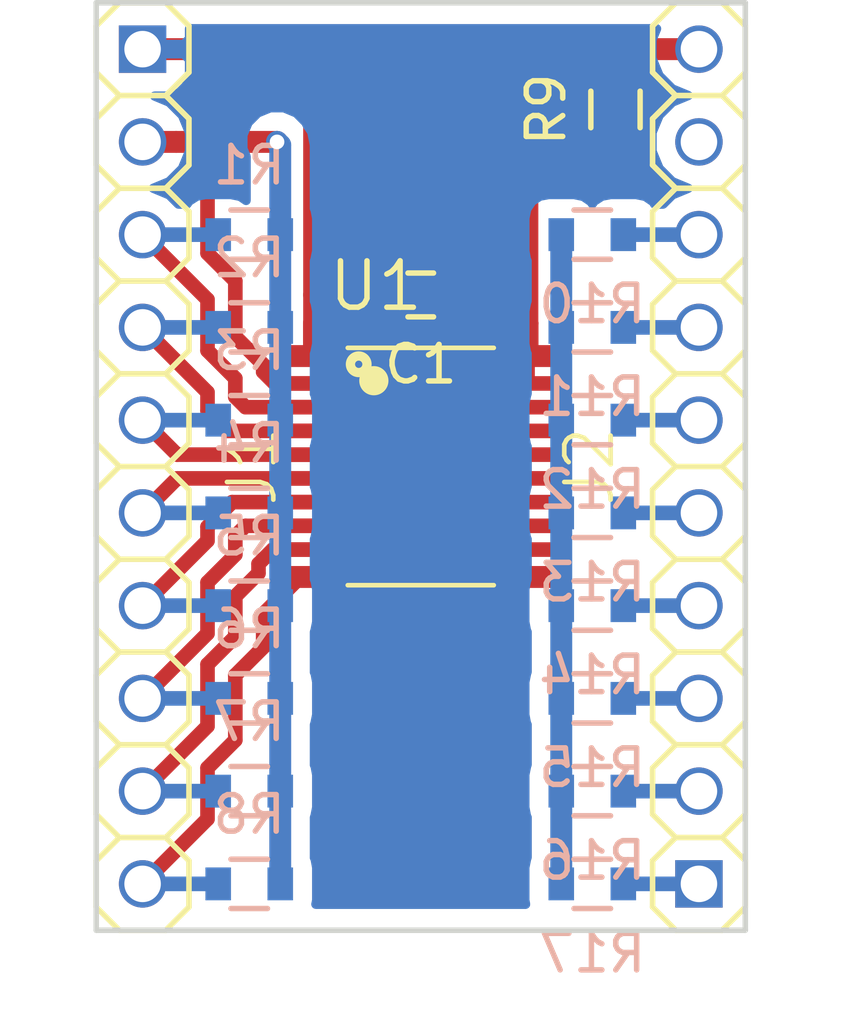
<source format=kicad_pcb>
(kicad_pcb (version 4) (host pcbnew 4.0.4+e1-6308~48~ubuntu16.04.1-stable)

  (general
    (links 56)
    (no_connects 10)
    (area 149.606 88.623799 173.101 116.005)
    (thickness 1.6)
    (drawings 4)
    (tracks 105)
    (zones 0)
    (modules 21)
    (nets 21)
  )

  (page A4)
  (layers
    (0 F.Cu signal)
    (31 B.Cu signal)
    (32 B.Adhes user)
    (33 F.Adhes user)
    (34 B.Paste user)
    (35 F.Paste user)
    (36 B.SilkS user)
    (37 F.SilkS user)
    (38 B.Mask user)
    (39 F.Mask user)
    (40 Dwgs.User user)
    (41 Cmts.User user)
    (42 Eco1.User user)
    (43 Eco2.User user)
    (44 Edge.Cuts user)
    (45 Margin user)
    (46 B.CrtYd user)
    (47 F.CrtYd user)
    (48 B.Fab user)
    (49 F.Fab user)
  )

  (setup
    (last_trace_width 0.6)
    (user_trace_width 0.3)
    (user_trace_width 0.4)
    (user_trace_width 0.6)
    (user_trace_width 0.8)
    (user_trace_width 1)
    (user_trace_width 1.5)
    (user_trace_width 2)
    (trace_clearance 0.2)
    (zone_clearance 0.508)
    (zone_45_only no)
    (trace_min 0.1524)
    (segment_width 0.2)
    (edge_width 0.15)
    (via_size 0.6)
    (via_drill 0.4)
    (via_min_size 0.508)
    (via_min_drill 0.3302)
    (user_via 0.55 0.35)
    (user_via 0.6 0.4)
    (user_via 0.8 0.6)
    (user_via 1 0.8)
    (user_via 1.2 1)
    (user_via 1.7 1.5)
    (user_via 2 1.8)
    (uvia_size 0.3)
    (uvia_drill 0.1)
    (uvias_allowed no)
    (uvia_min_size 0.2)
    (uvia_min_drill 0.1)
    (pcb_text_width 0.3)
    (pcb_text_size 1.5 1.5)
    (mod_edge_width 0.15)
    (mod_text_size 1 1)
    (mod_text_width 0.15)
    (pad_size 1.524 1.524)
    (pad_drill 0.762)
    (pad_to_mask_clearance 0.1)
    (aux_axis_origin 0 0)
    (visible_elements FFFFFF7F)
    (pcbplotparams
      (layerselection 0x00030_80000001)
      (usegerberextensions false)
      (excludeedgelayer true)
      (linewidth 0.100000)
      (plotframeref false)
      (viasonmask false)
      (mode 1)
      (useauxorigin false)
      (hpglpennumber 1)
      (hpglpenspeed 20)
      (hpglpendiameter 15)
      (hpglpenoverlay 2)
      (psnegative false)
      (psa4output false)
      (plotreference true)
      (plotvalue true)
      (plotinvisibletext false)
      (padsonsilk false)
      (subtractmaskfromsilk false)
      (outputformat 1)
      (mirror false)
      (drillshape 1)
      (scaleselection 1)
      (outputdirectory ""))
  )

  (net 0 "")
  (net 1 /GREF)
  (net 2 /GND)
  (net 3 /SREF)
  (net 4 /S1)
  (net 5 /S2)
  (net 6 /S3)
  (net 7 /S4)
  (net 8 /S5)
  (net 9 /S6)
  (net 10 /S7)
  (net 11 /S8)
  (net 12 /D8)
  (net 13 /D7)
  (net 14 /D6)
  (net 15 /D5)
  (net 16 /D4)
  (net 17 /D3)
  (net 18 /D2)
  (net 19 /D1)
  (net 20 /DREF)

  (net_class Default "This is the default net class."
    (clearance 0.2)
    (trace_width 0.25)
    (via_dia 0.6)
    (via_drill 0.4)
    (uvia_dia 0.3)
    (uvia_drill 0.1)
    (add_net /D1)
    (add_net /D2)
    (add_net /D3)
    (add_net /D4)
    (add_net /D5)
    (add_net /D6)
    (add_net /D7)
    (add_net /D8)
    (add_net /DREF)
    (add_net /GND)
    (add_net /GREF)
    (add_net /S1)
    (add_net /S2)
    (add_net /S3)
    (add_net /S4)
    (add_net /S5)
    (add_net /S6)
    (add_net /S7)
    (add_net /S8)
    (add_net /SREF)
  )

  (module Capacitors_SMD:C_0603 (layer F.Cu) (tedit 5415D631) (tstamp 58756885)
    (at 161.29 96.901 180)
    (descr "Capacitor SMD 0603, reflow soldering, AVX (see smccp.pdf)")
    (tags "capacitor 0603")
    (path /58755847)
    (attr smd)
    (fp_text reference C1 (at 0 -1.9 180) (layer F.SilkS)
      (effects (font (size 1 1) (thickness 0.15)))
    )
    (fp_text value 100n (at 0 1.9 180) (layer F.Fab)
      (effects (font (size 1 1) (thickness 0.15)))
    )
    (fp_line (start -0.8 0.4) (end -0.8 -0.4) (layer F.Fab) (width 0.15))
    (fp_line (start 0.8 0.4) (end -0.8 0.4) (layer F.Fab) (width 0.15))
    (fp_line (start 0.8 -0.4) (end 0.8 0.4) (layer F.Fab) (width 0.15))
    (fp_line (start -0.8 -0.4) (end 0.8 -0.4) (layer F.Fab) (width 0.15))
    (fp_line (start -1.45 -0.75) (end 1.45 -0.75) (layer F.CrtYd) (width 0.05))
    (fp_line (start -1.45 0.75) (end 1.45 0.75) (layer F.CrtYd) (width 0.05))
    (fp_line (start -1.45 -0.75) (end -1.45 0.75) (layer F.CrtYd) (width 0.05))
    (fp_line (start 1.45 -0.75) (end 1.45 0.75) (layer F.CrtYd) (width 0.05))
    (fp_line (start -0.35 -0.6) (end 0.35 -0.6) (layer F.SilkS) (width 0.15))
    (fp_line (start 0.35 0.6) (end -0.35 0.6) (layer F.SilkS) (width 0.15))
    (pad 1 smd rect (at -0.75 0 180) (size 0.8 0.75) (layers F.Cu F.Paste F.Mask)
      (net 1 /GREF))
    (pad 2 smd rect (at 0.75 0 180) (size 0.8 0.75) (layers F.Cu F.Paste F.Mask)
      (net 2 /GND))
    (model Capacitors_SMD.3dshapes/C_0603.wrl
      (at (xyz 0 0 0))
      (scale (xyz 1 1 1))
      (rotate (xyz 0 0 0))
    )
  )

  (module SquantorIC:SOT360 (layer F.Cu) (tedit 587401B3) (tstamp 587569E5)
    (at 161.29 101.6 270)
    (descr "<li><b>SOT360</b><hr>\n<ul><li>TSSOP20: plastic thin shrink small outline package; 20 leads; body width 4.4 mm\n<li><u>JEDEC</u>: MO-153\n<li><u>IEC</u>: </ul>")
    (path /587548A5)
    (fp_text reference U1 (at -4.2 2.6 360) (layer F.SilkS)
      (effects (font (size 1.27 1.27) (thickness 0.15)) (justify left bottom))
    )
    (fp_text value GTL2003 (at 14.986 3.302 360) (layer F.Fab)
      (effects (font (size 1.27 1.27) (thickness 0.15)) (justify left bottom))
    )
    (fp_circle (center -2.8 1.7) (end -2.9 1.7) (layer F.SilkS) (width 0.254))
    (fp_line (start -3.25 -2.2) (end 3.25 -2.2) (layer Dwgs.User) (width 0.127))
    (fp_line (start 3.25 -2.2) (end 3.25 2.2) (layer Dwgs.User) (width 0.127))
    (fp_line (start 3.25 2.2) (end -3.25 2.2) (layer Dwgs.User) (width 0.127))
    (fp_line (start -3.25 2.2) (end -3.25 -2.2) (layer Dwgs.User) (width 0.127))
    (fp_line (start -3.25 -2) (end -3.25 2) (layer F.SilkS) (width 0.127))
    (fp_line (start 3.25 -2) (end 3.25 2) (layer F.SilkS) (width 0.127))
    (fp_circle (center -2.35 1.285) (end -1.95 1.285) (layer F.SilkS) (width 0))
    (fp_poly (pts (xy 0.2 -2.2) (xy 0.45 -2.2) (xy 0.45 -3.2) (xy 0.2 -3.2)) (layer Dwgs.User) (width 0))
    (fp_poly (pts (xy -0.45 -2.2) (xy -0.2 -2.2) (xy -0.2 -3.2) (xy -0.45 -3.2)) (layer Dwgs.User) (width 0))
    (fp_poly (pts (xy -1.1 -2.2) (xy -0.85 -2.2) (xy -0.85 -3.2) (xy -1.1 -3.2)) (layer Dwgs.User) (width 0))
    (fp_poly (pts (xy -1.75 -2.2) (xy -1.5 -2.2) (xy -1.5 -3.2) (xy -1.75 -3.2)) (layer Dwgs.User) (width 0))
    (fp_poly (pts (xy -2.4 -2.2) (xy -2.15 -2.2) (xy -2.15 -3.2) (xy -2.4 -3.2)) (layer Dwgs.User) (width 0))
    (fp_poly (pts (xy -3.05 -2.2) (xy -2.8 -2.2) (xy -2.8 -3.2) (xy -3.05 -3.2)) (layer Dwgs.User) (width 0))
    (fp_poly (pts (xy 0.85 -2.2) (xy 1.1 -2.2) (xy 1.1 -3.2) (xy 0.85 -3.2)) (layer Dwgs.User) (width 0))
    (fp_poly (pts (xy 1.5 -2.2) (xy 1.75 -2.2) (xy 1.75 -3.2) (xy 1.5 -3.2)) (layer Dwgs.User) (width 0))
    (fp_poly (pts (xy 2.15 -2.2) (xy 2.4 -2.2) (xy 2.4 -3.2) (xy 2.15 -3.2)) (layer Dwgs.User) (width 0))
    (fp_poly (pts (xy 2.8 -2.2) (xy 3.05 -2.2) (xy 3.05 -3.2) (xy 2.8 -3.2)) (layer Dwgs.User) (width 0))
    (fp_poly (pts (xy -3.05 3.2) (xy -2.8 3.2) (xy -2.8 2.2) (xy -3.05 2.2)) (layer Dwgs.User) (width 0))
    (fp_poly (pts (xy -2.4 3.2) (xy -2.15 3.2) (xy -2.15 2.2) (xy -2.4 2.2)) (layer Dwgs.User) (width 0))
    (fp_poly (pts (xy -1.75 3.2) (xy -1.5 3.2) (xy -1.5 2.2) (xy -1.75 2.2)) (layer Dwgs.User) (width 0))
    (fp_poly (pts (xy -1.1 3.2) (xy -0.85 3.2) (xy -0.85 2.2) (xy -1.1 2.2)) (layer Dwgs.User) (width 0))
    (fp_poly (pts (xy -0.45 3.2) (xy -0.2 3.2) (xy -0.2 2.2) (xy -0.45 2.2)) (layer Dwgs.User) (width 0))
    (fp_poly (pts (xy 0.2 3.2) (xy 0.45 3.2) (xy 0.45 2.2) (xy 0.2 2.2)) (layer Dwgs.User) (width 0))
    (fp_poly (pts (xy 0.85 3.2) (xy 1.1 3.2) (xy 1.1 2.2) (xy 0.85 2.2)) (layer Dwgs.User) (width 0))
    (fp_poly (pts (xy 1.5 3.2) (xy 1.75 3.2) (xy 1.75 2.2) (xy 1.5 2.2)) (layer Dwgs.User) (width 0))
    (fp_poly (pts (xy 2.15 3.2) (xy 2.4 3.2) (xy 2.4 2.2) (xy 2.15 2.2)) (layer Dwgs.User) (width 0))
    (fp_poly (pts (xy 2.8 3.2) (xy 3.05 3.2) (xy 3.05 2.2) (xy 2.8 2.2)) (layer Dwgs.User) (width 0))
    (pad 15 smd rect (at 0.325 -2.925 270) (size 0.4 1.35) (layers F.Cu F.Paste F.Mask)
      (net 16 /D4))
    (pad 16 smd rect (at -0.325 -2.925 270) (size 0.4 1.35) (layers F.Cu F.Paste F.Mask)
      (net 17 /D3))
    (pad 17 smd rect (at -0.975 -2.925 270) (size 0.4 1.35) (layers F.Cu F.Paste F.Mask)
      (net 18 /D2))
    (pad 18 smd rect (at -1.625 -2.925 270) (size 0.4 1.35) (layers F.Cu F.Paste F.Mask)
      (net 19 /D1))
    (pad 19 smd rect (at -2.275 -2.925 270) (size 0.4 1.35) (layers F.Cu F.Paste F.Mask)
      (net 1 /GREF))
    (pad 20 smd rect (at -3.025 -2.925 270) (size 0.6 1.35) (layers F.Cu F.Paste F.Mask)
      (net 1 /GREF))
    (pad 14 smd rect (at 0.975 -2.925 270) (size 0.4 1.35) (layers F.Cu F.Paste F.Mask)
      (net 15 /D5))
    (pad 13 smd rect (at 1.625 -2.925 270) (size 0.4 1.35) (layers F.Cu F.Paste F.Mask)
      (net 14 /D6))
    (pad 12 smd rect (at 2.275 -2.925 270) (size 0.4 1.35) (layers F.Cu F.Paste F.Mask)
      (net 13 /D7))
    (pad 11 smd rect (at 3.025 -2.925 270) (size 0.6 1.35) (layers F.Cu F.Paste F.Mask)
      (net 12 /D8))
    (pad 5 smd rect (at -0.325 2.925 270) (size 0.4 1.35) (layers F.Cu F.Paste F.Mask)
      (net 6 /S3))
    (pad 4 smd rect (at -0.975 2.925 270) (size 0.4 1.35) (layers F.Cu F.Paste F.Mask)
      (net 5 /S2))
    (pad 3 smd rect (at -1.625 2.925 270) (size 0.4 1.35) (layers F.Cu F.Paste F.Mask)
      (net 4 /S1))
    (pad 2 smd rect (at -2.275 2.925 270) (size 0.4 1.35) (layers F.Cu F.Paste F.Mask)
      (net 3 /SREF))
    (pad 1 smd rect (at -3.025 2.925 270) (size 0.6 1.35) (layers F.Cu F.Paste F.Mask)
      (net 2 /GND))
    (pad 6 smd rect (at 0.325 2.925 270) (size 0.4 1.35) (layers F.Cu F.Paste F.Mask)
      (net 7 /S4))
    (pad 7 smd rect (at 0.975 2.925 270) (size 0.4 1.35) (layers F.Cu F.Paste F.Mask)
      (net 8 /S5))
    (pad 8 smd rect (at 1.625 2.925 270) (size 0.4 1.35) (layers F.Cu F.Paste F.Mask)
      (net 9 /S6))
    (pad 9 smd rect (at 2.275 2.925 270) (size 0.4 1.35) (layers F.Cu F.Paste F.Mask)
      (net 10 /S7))
    (pad 10 smd rect (at 3.025 2.925 270) (size 0.6 1.35) (layers F.Cu F.Paste F.Mask)
      (net 11 /S8))
  )

  (module SquantorConnectors:Header-0254-1X10-H010 locked (layer F.Cu) (tedit 58754C2D) (tstamp 58756893)
    (at 153.67 101.6 270)
    (descr "PIN HEADER")
    (tags "PIN HEADER")
    (path /58754021)
    (attr virtual)
    (fp_text reference J1 (at 0 -3 270) (layer F.SilkS)
      (effects (font (size 1.27 1.27) (thickness 0.127)))
    )
    (fp_text value PINS_1X10 (at 0 2.9 270) (layer F.Fab)
      (effects (font (size 1.27 1.27) (thickness 0.15)))
    )
    (fp_line (start 11.176 0.254) (end 11.684 0.254) (layer F.SilkS) (width 0.06604))
    (fp_line (start 11.684 0.254) (end 11.684 -0.254) (layer F.SilkS) (width 0.06604))
    (fp_line (start 11.176 -0.254) (end 11.684 -0.254) (layer F.SilkS) (width 0.06604))
    (fp_line (start 11.176 0.254) (end 11.176 -0.254) (layer F.SilkS) (width 0.06604))
    (fp_line (start 7.62 -0.635) (end 8.255 -1.27) (layer F.SilkS) (width 0.1524))
    (fp_line (start 8.255 -1.27) (end 9.525 -1.27) (layer F.SilkS) (width 0.1524))
    (fp_line (start 9.525 -1.27) (end 10.16 -0.635) (layer F.SilkS) (width 0.1524))
    (fp_line (start 10.16 -0.635) (end 10.16 0.635) (layer F.SilkS) (width 0.1524))
    (fp_line (start 10.16 0.635) (end 9.525 1.27) (layer F.SilkS) (width 0.1524))
    (fp_line (start 9.525 1.27) (end 8.255 1.27) (layer F.SilkS) (width 0.1524))
    (fp_line (start 8.255 1.27) (end 7.62 0.635) (layer F.SilkS) (width 0.1524))
    (fp_line (start 3.175 -1.27) (end 4.445 -1.27) (layer F.SilkS) (width 0.1524))
    (fp_line (start 4.445 -1.27) (end 5.08 -0.635) (layer F.SilkS) (width 0.1524))
    (fp_line (start 5.08 -0.635) (end 5.08 0.635) (layer F.SilkS) (width 0.1524))
    (fp_line (start 5.08 0.635) (end 4.445 1.27) (layer F.SilkS) (width 0.1524))
    (fp_line (start 5.08 -0.635) (end 5.715 -1.27) (layer F.SilkS) (width 0.1524))
    (fp_line (start 5.715 -1.27) (end 6.985 -1.27) (layer F.SilkS) (width 0.1524))
    (fp_line (start 6.985 -1.27) (end 7.62 -0.635) (layer F.SilkS) (width 0.1524))
    (fp_line (start 7.62 -0.635) (end 7.62 0.635) (layer F.SilkS) (width 0.1524))
    (fp_line (start 7.62 0.635) (end 6.985 1.27) (layer F.SilkS) (width 0.1524))
    (fp_line (start 6.985 1.27) (end 5.715 1.27) (layer F.SilkS) (width 0.1524))
    (fp_line (start 5.715 1.27) (end 5.08 0.635) (layer F.SilkS) (width 0.1524))
    (fp_line (start 0 -0.635) (end 0.635 -1.27) (layer F.SilkS) (width 0.1524))
    (fp_line (start 0.635 -1.27) (end 1.905 -1.27) (layer F.SilkS) (width 0.1524))
    (fp_line (start 1.905 -1.27) (end 2.54 -0.635) (layer F.SilkS) (width 0.1524))
    (fp_line (start 2.54 -0.635) (end 2.54 0.635) (layer F.SilkS) (width 0.1524))
    (fp_line (start 2.54 0.635) (end 1.905 1.27) (layer F.SilkS) (width 0.1524))
    (fp_line (start 1.905 1.27) (end 0.635 1.27) (layer F.SilkS) (width 0.1524))
    (fp_line (start 0.635 1.27) (end 0 0.635) (layer F.SilkS) (width 0.1524))
    (fp_line (start 3.175 -1.27) (end 2.54 -0.635) (layer F.SilkS) (width 0.1524))
    (fp_line (start 2.54 0.635) (end 3.175 1.27) (layer F.SilkS) (width 0.1524))
    (fp_line (start 4.445 1.27) (end 3.175 1.27) (layer F.SilkS) (width 0.1524))
    (fp_line (start -4.445 -1.27) (end -3.175 -1.27) (layer F.SilkS) (width 0.1524))
    (fp_line (start -3.175 -1.27) (end -2.54 -0.635) (layer F.SilkS) (width 0.1524))
    (fp_line (start -2.54 -0.635) (end -2.54 0.635) (layer F.SilkS) (width 0.1524))
    (fp_line (start -2.54 0.635) (end -3.175 1.27) (layer F.SilkS) (width 0.1524))
    (fp_line (start -2.54 -0.635) (end -1.905 -1.27) (layer F.SilkS) (width 0.1524))
    (fp_line (start -1.905 -1.27) (end -0.635 -1.27) (layer F.SilkS) (width 0.1524))
    (fp_line (start -0.635 -1.27) (end 0 -0.635) (layer F.SilkS) (width 0.1524))
    (fp_line (start 0 -0.635) (end 0 0.635) (layer F.SilkS) (width 0.1524))
    (fp_line (start 0 0.635) (end -0.635 1.27) (layer F.SilkS) (width 0.1524))
    (fp_line (start -0.635 1.27) (end -1.905 1.27) (layer F.SilkS) (width 0.1524))
    (fp_line (start -1.905 1.27) (end -2.54 0.635) (layer F.SilkS) (width 0.1524))
    (fp_line (start -7.62 -0.635) (end -6.985 -1.27) (layer F.SilkS) (width 0.1524))
    (fp_line (start -6.985 -1.27) (end -5.715 -1.27) (layer F.SilkS) (width 0.1524))
    (fp_line (start -5.715 -1.27) (end -5.08 -0.635) (layer F.SilkS) (width 0.1524))
    (fp_line (start -5.08 -0.635) (end -5.08 0.635) (layer F.SilkS) (width 0.1524))
    (fp_line (start -5.08 0.635) (end -5.715 1.27) (layer F.SilkS) (width 0.1524))
    (fp_line (start -5.715 1.27) (end -6.985 1.27) (layer F.SilkS) (width 0.1524))
    (fp_line (start -6.985 1.27) (end -7.62 0.635) (layer F.SilkS) (width 0.1524))
    (fp_line (start -4.445 -1.27) (end -5.08 -0.635) (layer F.SilkS) (width 0.1524))
    (fp_line (start -5.08 0.635) (end -4.445 1.27) (layer F.SilkS) (width 0.1524))
    (fp_line (start -3.175 1.27) (end -4.445 1.27) (layer F.SilkS) (width 0.1524))
    (fp_line (start -12.065 -1.27) (end -10.795 -1.27) (layer F.SilkS) (width 0.1524))
    (fp_line (start -10.795 -1.27) (end -10.16 -0.635) (layer F.SilkS) (width 0.1524))
    (fp_line (start -10.16 -0.635) (end -10.16 0.635) (layer F.SilkS) (width 0.1524))
    (fp_line (start -10.16 0.635) (end -10.795 1.27) (layer F.SilkS) (width 0.1524))
    (fp_line (start -10.16 -0.635) (end -9.525 -1.27) (layer F.SilkS) (width 0.1524))
    (fp_line (start -9.525 -1.27) (end -8.255 -1.27) (layer F.SilkS) (width 0.1524))
    (fp_line (start -8.255 -1.27) (end -7.62 -0.635) (layer F.SilkS) (width 0.1524))
    (fp_line (start -7.62 -0.635) (end -7.62 0.635) (layer F.SilkS) (width 0.1524))
    (fp_line (start -7.62 0.635) (end -8.255 1.27) (layer F.SilkS) (width 0.1524))
    (fp_line (start -8.255 1.27) (end -9.525 1.27) (layer F.SilkS) (width 0.1524))
    (fp_line (start -9.525 1.27) (end -10.16 0.635) (layer F.SilkS) (width 0.1524))
    (fp_line (start -12.7 -0.635) (end -12.7 0.635) (layer F.SilkS) (width 0.1524))
    (fp_line (start -12.065 -1.27) (end -12.7 -0.635) (layer F.SilkS) (width 0.1524))
    (fp_line (start -12.7 0.635) (end -12.065 1.27) (layer F.SilkS) (width 0.1524))
    (fp_line (start -10.795 1.27) (end -12.065 1.27) (layer F.SilkS) (width 0.1524))
    (fp_line (start 10.795 -1.27) (end 12.065 -1.27) (layer F.SilkS) (width 0.1524))
    (fp_line (start 12.065 -1.27) (end 12.7 -0.635) (layer F.SilkS) (width 0.1524))
    (fp_line (start 12.7 -0.635) (end 12.7 0.635) (layer F.SilkS) (width 0.1524))
    (fp_line (start 12.7 0.635) (end 12.065 1.27) (layer F.SilkS) (width 0.1524))
    (fp_line (start 10.795 -1.27) (end 10.16 -0.635) (layer F.SilkS) (width 0.1524))
    (fp_line (start 10.16 0.635) (end 10.795 1.27) (layer F.SilkS) (width 0.1524))
    (fp_line (start 12.065 1.27) (end 10.795 1.27) (layer F.SilkS) (width 0.1524))
    (pad 1 thru_hole rect (at -11.43 0 90) (size 1.3 1.3) (drill 1) (layers *.Cu *.Mask)
      (net 2 /GND))
    (pad 2 thru_hole circle (at -8.89 0 90) (size 1.3 1.3) (drill 1) (layers *.Cu *.Mask)
      (net 3 /SREF))
    (pad 3 thru_hole circle (at -6.35 0 90) (size 1.3 1.3) (drill 1) (layers *.Cu *.Mask)
      (net 4 /S1))
    (pad 4 thru_hole circle (at -3.81 0 90) (size 1.3 1.3) (drill 1) (layers *.Cu *.Mask)
      (net 5 /S2))
    (pad 5 thru_hole circle (at -1.27 0 90) (size 1.3 1.3) (drill 1) (layers *.Cu *.Mask)
      (net 6 /S3))
    (pad 6 thru_hole circle (at 1.27 0 90) (size 1.3 1.3) (drill 1) (layers *.Cu *.Mask)
      (net 7 /S4))
    (pad 7 thru_hole circle (at 3.81 0 90) (size 1.3 1.3) (drill 1) (layers *.Cu *.Mask)
      (net 8 /S5))
    (pad 8 thru_hole circle (at 6.35 0 90) (size 1.3 1.3) (drill 1) (layers *.Cu *.Mask)
      (net 9 /S6))
    (pad 9 thru_hole circle (at 8.89 0 90) (size 1.3 1.3) (drill 1) (layers *.Cu *.Mask)
      (net 10 /S7))
    (pad 10 thru_hole circle (at 11.43 0 90) (size 1.3 1.3) (drill 1) (layers *.Cu *.Mask)
      (net 11 /S8))
  )

  (module SquantorConnectors:Header-0254-1X10-H010 locked (layer F.Cu) (tedit 58754C2D) (tstamp 587568A1)
    (at 168.91 101.6 90)
    (descr "PIN HEADER")
    (tags "PIN HEADER")
    (path /58754068)
    (attr virtual)
    (fp_text reference J2 (at 0 -3 90) (layer F.SilkS)
      (effects (font (size 1.27 1.27) (thickness 0.127)))
    )
    (fp_text value PINS_1X10 (at 0 2.9 90) (layer F.Fab)
      (effects (font (size 1.27 1.27) (thickness 0.15)))
    )
    (fp_line (start 11.176 0.254) (end 11.684 0.254) (layer F.SilkS) (width 0.06604))
    (fp_line (start 11.684 0.254) (end 11.684 -0.254) (layer F.SilkS) (width 0.06604))
    (fp_line (start 11.176 -0.254) (end 11.684 -0.254) (layer F.SilkS) (width 0.06604))
    (fp_line (start 11.176 0.254) (end 11.176 -0.254) (layer F.SilkS) (width 0.06604))
    (fp_line (start 7.62 -0.635) (end 8.255 -1.27) (layer F.SilkS) (width 0.1524))
    (fp_line (start 8.255 -1.27) (end 9.525 -1.27) (layer F.SilkS) (width 0.1524))
    (fp_line (start 9.525 -1.27) (end 10.16 -0.635) (layer F.SilkS) (width 0.1524))
    (fp_line (start 10.16 -0.635) (end 10.16 0.635) (layer F.SilkS) (width 0.1524))
    (fp_line (start 10.16 0.635) (end 9.525 1.27) (layer F.SilkS) (width 0.1524))
    (fp_line (start 9.525 1.27) (end 8.255 1.27) (layer F.SilkS) (width 0.1524))
    (fp_line (start 8.255 1.27) (end 7.62 0.635) (layer F.SilkS) (width 0.1524))
    (fp_line (start 3.175 -1.27) (end 4.445 -1.27) (layer F.SilkS) (width 0.1524))
    (fp_line (start 4.445 -1.27) (end 5.08 -0.635) (layer F.SilkS) (width 0.1524))
    (fp_line (start 5.08 -0.635) (end 5.08 0.635) (layer F.SilkS) (width 0.1524))
    (fp_line (start 5.08 0.635) (end 4.445 1.27) (layer F.SilkS) (width 0.1524))
    (fp_line (start 5.08 -0.635) (end 5.715 -1.27) (layer F.SilkS) (width 0.1524))
    (fp_line (start 5.715 -1.27) (end 6.985 -1.27) (layer F.SilkS) (width 0.1524))
    (fp_line (start 6.985 -1.27) (end 7.62 -0.635) (layer F.SilkS) (width 0.1524))
    (fp_line (start 7.62 -0.635) (end 7.62 0.635) (layer F.SilkS) (width 0.1524))
    (fp_line (start 7.62 0.635) (end 6.985 1.27) (layer F.SilkS) (width 0.1524))
    (fp_line (start 6.985 1.27) (end 5.715 1.27) (layer F.SilkS) (width 0.1524))
    (fp_line (start 5.715 1.27) (end 5.08 0.635) (layer F.SilkS) (width 0.1524))
    (fp_line (start 0 -0.635) (end 0.635 -1.27) (layer F.SilkS) (width 0.1524))
    (fp_line (start 0.635 -1.27) (end 1.905 -1.27) (layer F.SilkS) (width 0.1524))
    (fp_line (start 1.905 -1.27) (end 2.54 -0.635) (layer F.SilkS) (width 0.1524))
    (fp_line (start 2.54 -0.635) (end 2.54 0.635) (layer F.SilkS) (width 0.1524))
    (fp_line (start 2.54 0.635) (end 1.905 1.27) (layer F.SilkS) (width 0.1524))
    (fp_line (start 1.905 1.27) (end 0.635 1.27) (layer F.SilkS) (width 0.1524))
    (fp_line (start 0.635 1.27) (end 0 0.635) (layer F.SilkS) (width 0.1524))
    (fp_line (start 3.175 -1.27) (end 2.54 -0.635) (layer F.SilkS) (width 0.1524))
    (fp_line (start 2.54 0.635) (end 3.175 1.27) (layer F.SilkS) (width 0.1524))
    (fp_line (start 4.445 1.27) (end 3.175 1.27) (layer F.SilkS) (width 0.1524))
    (fp_line (start -4.445 -1.27) (end -3.175 -1.27) (layer F.SilkS) (width 0.1524))
    (fp_line (start -3.175 -1.27) (end -2.54 -0.635) (layer F.SilkS) (width 0.1524))
    (fp_line (start -2.54 -0.635) (end -2.54 0.635) (layer F.SilkS) (width 0.1524))
    (fp_line (start -2.54 0.635) (end -3.175 1.27) (layer F.SilkS) (width 0.1524))
    (fp_line (start -2.54 -0.635) (end -1.905 -1.27) (layer F.SilkS) (width 0.1524))
    (fp_line (start -1.905 -1.27) (end -0.635 -1.27) (layer F.SilkS) (width 0.1524))
    (fp_line (start -0.635 -1.27) (end 0 -0.635) (layer F.SilkS) (width 0.1524))
    (fp_line (start 0 -0.635) (end 0 0.635) (layer F.SilkS) (width 0.1524))
    (fp_line (start 0 0.635) (end -0.635 1.27) (layer F.SilkS) (width 0.1524))
    (fp_line (start -0.635 1.27) (end -1.905 1.27) (layer F.SilkS) (width 0.1524))
    (fp_line (start -1.905 1.27) (end -2.54 0.635) (layer F.SilkS) (width 0.1524))
    (fp_line (start -7.62 -0.635) (end -6.985 -1.27) (layer F.SilkS) (width 0.1524))
    (fp_line (start -6.985 -1.27) (end -5.715 -1.27) (layer F.SilkS) (width 0.1524))
    (fp_line (start -5.715 -1.27) (end -5.08 -0.635) (layer F.SilkS) (width 0.1524))
    (fp_line (start -5.08 -0.635) (end -5.08 0.635) (layer F.SilkS) (width 0.1524))
    (fp_line (start -5.08 0.635) (end -5.715 1.27) (layer F.SilkS) (width 0.1524))
    (fp_line (start -5.715 1.27) (end -6.985 1.27) (layer F.SilkS) (width 0.1524))
    (fp_line (start -6.985 1.27) (end -7.62 0.635) (layer F.SilkS) (width 0.1524))
    (fp_line (start -4.445 -1.27) (end -5.08 -0.635) (layer F.SilkS) (width 0.1524))
    (fp_line (start -5.08 0.635) (end -4.445 1.27) (layer F.SilkS) (width 0.1524))
    (fp_line (start -3.175 1.27) (end -4.445 1.27) (layer F.SilkS) (width 0.1524))
    (fp_line (start -12.065 -1.27) (end -10.795 -1.27) (layer F.SilkS) (width 0.1524))
    (fp_line (start -10.795 -1.27) (end -10.16 -0.635) (layer F.SilkS) (width 0.1524))
    (fp_line (start -10.16 -0.635) (end -10.16 0.635) (layer F.SilkS) (width 0.1524))
    (fp_line (start -10.16 0.635) (end -10.795 1.27) (layer F.SilkS) (width 0.1524))
    (fp_line (start -10.16 -0.635) (end -9.525 -1.27) (layer F.SilkS) (width 0.1524))
    (fp_line (start -9.525 -1.27) (end -8.255 -1.27) (layer F.SilkS) (width 0.1524))
    (fp_line (start -8.255 -1.27) (end -7.62 -0.635) (layer F.SilkS) (width 0.1524))
    (fp_line (start -7.62 -0.635) (end -7.62 0.635) (layer F.SilkS) (width 0.1524))
    (fp_line (start -7.62 0.635) (end -8.255 1.27) (layer F.SilkS) (width 0.1524))
    (fp_line (start -8.255 1.27) (end -9.525 1.27) (layer F.SilkS) (width 0.1524))
    (fp_line (start -9.525 1.27) (end -10.16 0.635) (layer F.SilkS) (width 0.1524))
    (fp_line (start -12.7 -0.635) (end -12.7 0.635) (layer F.SilkS) (width 0.1524))
    (fp_line (start -12.065 -1.27) (end -12.7 -0.635) (layer F.SilkS) (width 0.1524))
    (fp_line (start -12.7 0.635) (end -12.065 1.27) (layer F.SilkS) (width 0.1524))
    (fp_line (start -10.795 1.27) (end -12.065 1.27) (layer F.SilkS) (width 0.1524))
    (fp_line (start 10.795 -1.27) (end 12.065 -1.27) (layer F.SilkS) (width 0.1524))
    (fp_line (start 12.065 -1.27) (end 12.7 -0.635) (layer F.SilkS) (width 0.1524))
    (fp_line (start 12.7 -0.635) (end 12.7 0.635) (layer F.SilkS) (width 0.1524))
    (fp_line (start 12.7 0.635) (end 12.065 1.27) (layer F.SilkS) (width 0.1524))
    (fp_line (start 10.795 -1.27) (end 10.16 -0.635) (layer F.SilkS) (width 0.1524))
    (fp_line (start 10.16 0.635) (end 10.795 1.27) (layer F.SilkS) (width 0.1524))
    (fp_line (start 12.065 1.27) (end 10.795 1.27) (layer F.SilkS) (width 0.1524))
    (pad 1 thru_hole rect (at -11.43 0 270) (size 1.3 1.3) (drill 1) (layers *.Cu *.Mask)
      (net 12 /D8))
    (pad 2 thru_hole circle (at -8.89 0 270) (size 1.3 1.3) (drill 1) (layers *.Cu *.Mask)
      (net 13 /D7))
    (pad 3 thru_hole circle (at -6.35 0 270) (size 1.3 1.3) (drill 1) (layers *.Cu *.Mask)
      (net 14 /D6))
    (pad 4 thru_hole circle (at -3.81 0 270) (size 1.3 1.3) (drill 1) (layers *.Cu *.Mask)
      (net 15 /D5))
    (pad 5 thru_hole circle (at -1.27 0 270) (size 1.3 1.3) (drill 1) (layers *.Cu *.Mask)
      (net 16 /D4))
    (pad 6 thru_hole circle (at 1.27 0 270) (size 1.3 1.3) (drill 1) (layers *.Cu *.Mask)
      (net 17 /D3))
    (pad 7 thru_hole circle (at 3.81 0 270) (size 1.3 1.3) (drill 1) (layers *.Cu *.Mask)
      (net 18 /D2))
    (pad 8 thru_hole circle (at 6.35 0 270) (size 1.3 1.3) (drill 1) (layers *.Cu *.Mask)
      (net 19 /D1))
    (pad 9 thru_hole circle (at 8.89 0 270) (size 1.3 1.3) (drill 1) (layers *.Cu *.Mask)
      (net 20 /DREF))
    (pad 10 thru_hole circle (at 11.43 0 270) (size 1.3 1.3) (drill 1) (layers *.Cu *.Mask)
      (net 1 /GREF))
  )

  (module SquantorRcl:R_0603_hand (layer B.Cu) (tedit 587552B0) (tstamp 58756901)
    (at 156.591 107.95 180)
    (descr "Resistor SMD 0603, reflow soldering, Vishay (see dcrcw.pdf)")
    (tags "resistor 0603")
    (path /58754C1C)
    (attr smd)
    (fp_text reference R6 (at 0 1.9 180) (layer B.SilkS)
      (effects (font (size 1 1) (thickness 0.15)) (justify mirror))
    )
    (fp_text value PULL (at 0 -1.9 180) (layer B.Fab)
      (effects (font (size 1 1) (thickness 0.15)) (justify mirror))
    )
    (fp_line (start -0.8 -0.4) (end -0.8 0.4) (layer B.Fab) (width 0.1))
    (fp_line (start 0.8 -0.4) (end -0.8 -0.4) (layer B.Fab) (width 0.1))
    (fp_line (start 0.8 0.4) (end 0.8 -0.4) (layer B.Fab) (width 0.1))
    (fp_line (start -0.8 0.4) (end 0.8 0.4) (layer B.Fab) (width 0.1))
    (fp_line (start -1.5 0.8) (end 1.5 0.8) (layer B.CrtYd) (width 0.05))
    (fp_line (start -1.5 -0.8) (end 1.5 -0.8) (layer B.CrtYd) (width 0.05))
    (fp_line (start -1.5 0.8) (end -1.5 -0.8) (layer B.CrtYd) (width 0.05))
    (fp_line (start 1.5 0.8) (end 1.5 -0.8) (layer B.CrtYd) (width 0.05))
    (fp_line (start 0.5 -0.675) (end -0.5 -0.675) (layer B.SilkS) (width 0.15))
    (fp_line (start -0.5 0.675) (end 0.5 0.675) (layer B.SilkS) (width 0.15))
    (pad 1 smd rect (at -0.85 0 180) (size 0.7 0.9) (layers B.Cu B.Paste B.Mask)
      (net 3 /SREF))
    (pad 2 smd rect (at 0.85 0 180) (size 0.7 0.9) (layers B.Cu B.Paste B.Mask)
      (net 9 /S6))
    (model Resistors_SMD.3dshapes/R_0603.wrl
      (at (xyz 0 0 0))
      (scale (xyz 1 1 1))
      (rotate (xyz 0 0 0))
    )
  )

  (module SquantorRcl:R_0603_hand (layer B.Cu) (tedit 587552B0) (tstamp 587568F1)
    (at 156.591 105.41 180)
    (descr "Resistor SMD 0603, reflow soldering, Vishay (see dcrcw.pdf)")
    (tags "resistor 0603")
    (path /58754BED)
    (attr smd)
    (fp_text reference R5 (at 0 1.9 180) (layer B.SilkS)
      (effects (font (size 1 1) (thickness 0.15)) (justify mirror))
    )
    (fp_text value PULL (at 0 -1.9 180) (layer B.Fab)
      (effects (font (size 1 1) (thickness 0.15)) (justify mirror))
    )
    (fp_line (start -0.8 -0.4) (end -0.8 0.4) (layer B.Fab) (width 0.1))
    (fp_line (start 0.8 -0.4) (end -0.8 -0.4) (layer B.Fab) (width 0.1))
    (fp_line (start 0.8 0.4) (end 0.8 -0.4) (layer B.Fab) (width 0.1))
    (fp_line (start -0.8 0.4) (end 0.8 0.4) (layer B.Fab) (width 0.1))
    (fp_line (start -1.5 0.8) (end 1.5 0.8) (layer B.CrtYd) (width 0.05))
    (fp_line (start -1.5 -0.8) (end 1.5 -0.8) (layer B.CrtYd) (width 0.05))
    (fp_line (start -1.5 0.8) (end -1.5 -0.8) (layer B.CrtYd) (width 0.05))
    (fp_line (start 1.5 0.8) (end 1.5 -0.8) (layer B.CrtYd) (width 0.05))
    (fp_line (start 0.5 -0.675) (end -0.5 -0.675) (layer B.SilkS) (width 0.15))
    (fp_line (start -0.5 0.675) (end 0.5 0.675) (layer B.SilkS) (width 0.15))
    (pad 1 smd rect (at -0.85 0 180) (size 0.7 0.9) (layers B.Cu B.Paste B.Mask)
      (net 3 /SREF))
    (pad 2 smd rect (at 0.85 0 180) (size 0.7 0.9) (layers B.Cu B.Paste B.Mask)
      (net 8 /S5))
    (model Resistors_SMD.3dshapes/R_0603.wrl
      (at (xyz 0 0 0))
      (scale (xyz 1 1 1))
      (rotate (xyz 0 0 0))
    )
  )

  (module SquantorRcl:R_0603_hand (layer B.Cu) (tedit 587552B0) (tstamp 58756921)
    (at 156.591 113.03 180)
    (descr "Resistor SMD 0603, reflow soldering, Vishay (see dcrcw.pdf)")
    (tags "resistor 0603")
    (path /58754C7C)
    (attr smd)
    (fp_text reference R8 (at 0 1.9 180) (layer B.SilkS)
      (effects (font (size 1 1) (thickness 0.15)) (justify mirror))
    )
    (fp_text value PULL (at 0 -1.9 180) (layer B.Fab)
      (effects (font (size 1 1) (thickness 0.15)) (justify mirror))
    )
    (fp_line (start -0.8 -0.4) (end -0.8 0.4) (layer B.Fab) (width 0.1))
    (fp_line (start 0.8 -0.4) (end -0.8 -0.4) (layer B.Fab) (width 0.1))
    (fp_line (start 0.8 0.4) (end 0.8 -0.4) (layer B.Fab) (width 0.1))
    (fp_line (start -0.8 0.4) (end 0.8 0.4) (layer B.Fab) (width 0.1))
    (fp_line (start -1.5 0.8) (end 1.5 0.8) (layer B.CrtYd) (width 0.05))
    (fp_line (start -1.5 -0.8) (end 1.5 -0.8) (layer B.CrtYd) (width 0.05))
    (fp_line (start -1.5 0.8) (end -1.5 -0.8) (layer B.CrtYd) (width 0.05))
    (fp_line (start 1.5 0.8) (end 1.5 -0.8) (layer B.CrtYd) (width 0.05))
    (fp_line (start 0.5 -0.675) (end -0.5 -0.675) (layer B.SilkS) (width 0.15))
    (fp_line (start -0.5 0.675) (end 0.5 0.675) (layer B.SilkS) (width 0.15))
    (pad 1 smd rect (at -0.85 0 180) (size 0.7 0.9) (layers B.Cu B.Paste B.Mask)
      (net 3 /SREF))
    (pad 2 smd rect (at 0.85 0 180) (size 0.7 0.9) (layers B.Cu B.Paste B.Mask)
      (net 11 /S8))
    (model Resistors_SMD.3dshapes/R_0603.wrl
      (at (xyz 0 0 0))
      (scale (xyz 1 1 1))
      (rotate (xyz 0 0 0))
    )
  )

  (module SquantorRcl:R_0603_hand (layer B.Cu) (tedit 587552B0) (tstamp 587569B1)
    (at 165.989 113.03)
    (descr "Resistor SMD 0603, reflow soldering, Vishay (see dcrcw.pdf)")
    (tags "resistor 0603")
    (path /587564C2)
    (attr smd)
    (fp_text reference R17 (at 0 1.9) (layer B.SilkS)
      (effects (font (size 1 1) (thickness 0.15)) (justify mirror))
    )
    (fp_text value PULL (at 0 -1.9) (layer B.Fab)
      (effects (font (size 1 1) (thickness 0.15)) (justify mirror))
    )
    (fp_line (start -0.8 -0.4) (end -0.8 0.4) (layer B.Fab) (width 0.1))
    (fp_line (start 0.8 -0.4) (end -0.8 -0.4) (layer B.Fab) (width 0.1))
    (fp_line (start 0.8 0.4) (end 0.8 -0.4) (layer B.Fab) (width 0.1))
    (fp_line (start -0.8 0.4) (end 0.8 0.4) (layer B.Fab) (width 0.1))
    (fp_line (start -1.5 0.8) (end 1.5 0.8) (layer B.CrtYd) (width 0.05))
    (fp_line (start -1.5 -0.8) (end 1.5 -0.8) (layer B.CrtYd) (width 0.05))
    (fp_line (start -1.5 0.8) (end -1.5 -0.8) (layer B.CrtYd) (width 0.05))
    (fp_line (start 1.5 0.8) (end 1.5 -0.8) (layer B.CrtYd) (width 0.05))
    (fp_line (start 0.5 -0.675) (end -0.5 -0.675) (layer B.SilkS) (width 0.15))
    (fp_line (start -0.5 0.675) (end 0.5 0.675) (layer B.SilkS) (width 0.15))
    (pad 1 smd rect (at -0.85 0) (size 0.7 0.9) (layers B.Cu B.Paste B.Mask)
      (net 20 /DREF))
    (pad 2 smd rect (at 0.85 0) (size 0.7 0.9) (layers B.Cu B.Paste B.Mask)
      (net 12 /D8))
    (model Resistors_SMD.3dshapes/R_0603.wrl
      (at (xyz 0 0 0))
      (scale (xyz 1 1 1))
      (rotate (xyz 0 0 0))
    )
  )

  (module SquantorRcl:R_0603_hand (layer B.Cu) (tedit 587552B0) (tstamp 587569A1)
    (at 165.989 110.49)
    (descr "Resistor SMD 0603, reflow soldering, Vishay (see dcrcw.pdf)")
    (tags "resistor 0603")
    (path /587564BC)
    (attr smd)
    (fp_text reference R16 (at 0 1.9) (layer B.SilkS)
      (effects (font (size 1 1) (thickness 0.15)) (justify mirror))
    )
    (fp_text value PULL (at 0 -1.9) (layer B.Fab)
      (effects (font (size 1 1) (thickness 0.15)) (justify mirror))
    )
    (fp_line (start -0.8 -0.4) (end -0.8 0.4) (layer B.Fab) (width 0.1))
    (fp_line (start 0.8 -0.4) (end -0.8 -0.4) (layer B.Fab) (width 0.1))
    (fp_line (start 0.8 0.4) (end 0.8 -0.4) (layer B.Fab) (width 0.1))
    (fp_line (start -0.8 0.4) (end 0.8 0.4) (layer B.Fab) (width 0.1))
    (fp_line (start -1.5 0.8) (end 1.5 0.8) (layer B.CrtYd) (width 0.05))
    (fp_line (start -1.5 -0.8) (end 1.5 -0.8) (layer B.CrtYd) (width 0.05))
    (fp_line (start -1.5 0.8) (end -1.5 -0.8) (layer B.CrtYd) (width 0.05))
    (fp_line (start 1.5 0.8) (end 1.5 -0.8) (layer B.CrtYd) (width 0.05))
    (fp_line (start 0.5 -0.675) (end -0.5 -0.675) (layer B.SilkS) (width 0.15))
    (fp_line (start -0.5 0.675) (end 0.5 0.675) (layer B.SilkS) (width 0.15))
    (pad 1 smd rect (at -0.85 0) (size 0.7 0.9) (layers B.Cu B.Paste B.Mask)
      (net 20 /DREF))
    (pad 2 smd rect (at 0.85 0) (size 0.7 0.9) (layers B.Cu B.Paste B.Mask)
      (net 13 /D7))
    (model Resistors_SMD.3dshapes/R_0603.wrl
      (at (xyz 0 0 0))
      (scale (xyz 1 1 1))
      (rotate (xyz 0 0 0))
    )
  )

  (module SquantorRcl:R_0603_hand (layer B.Cu) (tedit 587552B0) (tstamp 58756991)
    (at 165.989 107.95)
    (descr "Resistor SMD 0603, reflow soldering, Vishay (see dcrcw.pdf)")
    (tags "resistor 0603")
    (path /587564B6)
    (attr smd)
    (fp_text reference R15 (at 0 1.9) (layer B.SilkS)
      (effects (font (size 1 1) (thickness 0.15)) (justify mirror))
    )
    (fp_text value PULL (at 0 -1.9) (layer B.Fab)
      (effects (font (size 1 1) (thickness 0.15)) (justify mirror))
    )
    (fp_line (start -0.8 -0.4) (end -0.8 0.4) (layer B.Fab) (width 0.1))
    (fp_line (start 0.8 -0.4) (end -0.8 -0.4) (layer B.Fab) (width 0.1))
    (fp_line (start 0.8 0.4) (end 0.8 -0.4) (layer B.Fab) (width 0.1))
    (fp_line (start -0.8 0.4) (end 0.8 0.4) (layer B.Fab) (width 0.1))
    (fp_line (start -1.5 0.8) (end 1.5 0.8) (layer B.CrtYd) (width 0.05))
    (fp_line (start -1.5 -0.8) (end 1.5 -0.8) (layer B.CrtYd) (width 0.05))
    (fp_line (start -1.5 0.8) (end -1.5 -0.8) (layer B.CrtYd) (width 0.05))
    (fp_line (start 1.5 0.8) (end 1.5 -0.8) (layer B.CrtYd) (width 0.05))
    (fp_line (start 0.5 -0.675) (end -0.5 -0.675) (layer B.SilkS) (width 0.15))
    (fp_line (start -0.5 0.675) (end 0.5 0.675) (layer B.SilkS) (width 0.15))
    (pad 1 smd rect (at -0.85 0) (size 0.7 0.9) (layers B.Cu B.Paste B.Mask)
      (net 20 /DREF))
    (pad 2 smd rect (at 0.85 0) (size 0.7 0.9) (layers B.Cu B.Paste B.Mask)
      (net 14 /D6))
    (model Resistors_SMD.3dshapes/R_0603.wrl
      (at (xyz 0 0 0))
      (scale (xyz 1 1 1))
      (rotate (xyz 0 0 0))
    )
  )

  (module SquantorRcl:R_0603_hand (layer B.Cu) (tedit 587552B0) (tstamp 58756981)
    (at 165.989 105.41)
    (descr "Resistor SMD 0603, reflow soldering, Vishay (see dcrcw.pdf)")
    (tags "resistor 0603")
    (path /587564B0)
    (attr smd)
    (fp_text reference R14 (at 0 1.9) (layer B.SilkS)
      (effects (font (size 1 1) (thickness 0.15)) (justify mirror))
    )
    (fp_text value PULL (at 0 -1.9) (layer B.Fab)
      (effects (font (size 1 1) (thickness 0.15)) (justify mirror))
    )
    (fp_line (start -0.8 -0.4) (end -0.8 0.4) (layer B.Fab) (width 0.1))
    (fp_line (start 0.8 -0.4) (end -0.8 -0.4) (layer B.Fab) (width 0.1))
    (fp_line (start 0.8 0.4) (end 0.8 -0.4) (layer B.Fab) (width 0.1))
    (fp_line (start -0.8 0.4) (end 0.8 0.4) (layer B.Fab) (width 0.1))
    (fp_line (start -1.5 0.8) (end 1.5 0.8) (layer B.CrtYd) (width 0.05))
    (fp_line (start -1.5 -0.8) (end 1.5 -0.8) (layer B.CrtYd) (width 0.05))
    (fp_line (start -1.5 0.8) (end -1.5 -0.8) (layer B.CrtYd) (width 0.05))
    (fp_line (start 1.5 0.8) (end 1.5 -0.8) (layer B.CrtYd) (width 0.05))
    (fp_line (start 0.5 -0.675) (end -0.5 -0.675) (layer B.SilkS) (width 0.15))
    (fp_line (start -0.5 0.675) (end 0.5 0.675) (layer B.SilkS) (width 0.15))
    (pad 1 smd rect (at -0.85 0) (size 0.7 0.9) (layers B.Cu B.Paste B.Mask)
      (net 20 /DREF))
    (pad 2 smd rect (at 0.85 0) (size 0.7 0.9) (layers B.Cu B.Paste B.Mask)
      (net 15 /D5))
    (model Resistors_SMD.3dshapes/R_0603.wrl
      (at (xyz 0 0 0))
      (scale (xyz 1 1 1))
      (rotate (xyz 0 0 0))
    )
  )

  (module SquantorRcl:R_0603_hand (layer B.Cu) (tedit 587552B0) (tstamp 58756971)
    (at 165.989 102.87)
    (descr "Resistor SMD 0603, reflow soldering, Vishay (see dcrcw.pdf)")
    (tags "resistor 0603")
    (path /587564AA)
    (attr smd)
    (fp_text reference R13 (at 0 1.9) (layer B.SilkS)
      (effects (font (size 1 1) (thickness 0.15)) (justify mirror))
    )
    (fp_text value PULL (at 0 -1.9) (layer B.Fab)
      (effects (font (size 1 1) (thickness 0.15)) (justify mirror))
    )
    (fp_line (start -0.8 -0.4) (end -0.8 0.4) (layer B.Fab) (width 0.1))
    (fp_line (start 0.8 -0.4) (end -0.8 -0.4) (layer B.Fab) (width 0.1))
    (fp_line (start 0.8 0.4) (end 0.8 -0.4) (layer B.Fab) (width 0.1))
    (fp_line (start -0.8 0.4) (end 0.8 0.4) (layer B.Fab) (width 0.1))
    (fp_line (start -1.5 0.8) (end 1.5 0.8) (layer B.CrtYd) (width 0.05))
    (fp_line (start -1.5 -0.8) (end 1.5 -0.8) (layer B.CrtYd) (width 0.05))
    (fp_line (start -1.5 0.8) (end -1.5 -0.8) (layer B.CrtYd) (width 0.05))
    (fp_line (start 1.5 0.8) (end 1.5 -0.8) (layer B.CrtYd) (width 0.05))
    (fp_line (start 0.5 -0.675) (end -0.5 -0.675) (layer B.SilkS) (width 0.15))
    (fp_line (start -0.5 0.675) (end 0.5 0.675) (layer B.SilkS) (width 0.15))
    (pad 1 smd rect (at -0.85 0) (size 0.7 0.9) (layers B.Cu B.Paste B.Mask)
      (net 20 /DREF))
    (pad 2 smd rect (at 0.85 0) (size 0.7 0.9) (layers B.Cu B.Paste B.Mask)
      (net 16 /D4))
    (model Resistors_SMD.3dshapes/R_0603.wrl
      (at (xyz 0 0 0))
      (scale (xyz 1 1 1))
      (rotate (xyz 0 0 0))
    )
  )

  (module SquantorRcl:R_0603_hand (layer B.Cu) (tedit 587552B0) (tstamp 58756961)
    (at 165.989 100.33)
    (descr "Resistor SMD 0603, reflow soldering, Vishay (see dcrcw.pdf)")
    (tags "resistor 0603")
    (path /587564A4)
    (attr smd)
    (fp_text reference R12 (at 0 1.9) (layer B.SilkS)
      (effects (font (size 1 1) (thickness 0.15)) (justify mirror))
    )
    (fp_text value PULL (at 0 -1.9) (layer B.Fab)
      (effects (font (size 1 1) (thickness 0.15)) (justify mirror))
    )
    (fp_line (start -0.8 -0.4) (end -0.8 0.4) (layer B.Fab) (width 0.1))
    (fp_line (start 0.8 -0.4) (end -0.8 -0.4) (layer B.Fab) (width 0.1))
    (fp_line (start 0.8 0.4) (end 0.8 -0.4) (layer B.Fab) (width 0.1))
    (fp_line (start -0.8 0.4) (end 0.8 0.4) (layer B.Fab) (width 0.1))
    (fp_line (start -1.5 0.8) (end 1.5 0.8) (layer B.CrtYd) (width 0.05))
    (fp_line (start -1.5 -0.8) (end 1.5 -0.8) (layer B.CrtYd) (width 0.05))
    (fp_line (start -1.5 0.8) (end -1.5 -0.8) (layer B.CrtYd) (width 0.05))
    (fp_line (start 1.5 0.8) (end 1.5 -0.8) (layer B.CrtYd) (width 0.05))
    (fp_line (start 0.5 -0.675) (end -0.5 -0.675) (layer B.SilkS) (width 0.15))
    (fp_line (start -0.5 0.675) (end 0.5 0.675) (layer B.SilkS) (width 0.15))
    (pad 1 smd rect (at -0.85 0) (size 0.7 0.9) (layers B.Cu B.Paste B.Mask)
      (net 20 /DREF))
    (pad 2 smd rect (at 0.85 0) (size 0.7 0.9) (layers B.Cu B.Paste B.Mask)
      (net 17 /D3))
    (model Resistors_SMD.3dshapes/R_0603.wrl
      (at (xyz 0 0 0))
      (scale (xyz 1 1 1))
      (rotate (xyz 0 0 0))
    )
  )

  (module SquantorRcl:R_0603_hand (layer B.Cu) (tedit 587552B0) (tstamp 58756951)
    (at 165.989 97.79)
    (descr "Resistor SMD 0603, reflow soldering, Vishay (see dcrcw.pdf)")
    (tags "resistor 0603")
    (path /5875649E)
    (attr smd)
    (fp_text reference R11 (at 0 1.9) (layer B.SilkS)
      (effects (font (size 1 1) (thickness 0.15)) (justify mirror))
    )
    (fp_text value PULL (at 0 -1.9) (layer B.Fab)
      (effects (font (size 1 1) (thickness 0.15)) (justify mirror))
    )
    (fp_line (start -0.8 -0.4) (end -0.8 0.4) (layer B.Fab) (width 0.1))
    (fp_line (start 0.8 -0.4) (end -0.8 -0.4) (layer B.Fab) (width 0.1))
    (fp_line (start 0.8 0.4) (end 0.8 -0.4) (layer B.Fab) (width 0.1))
    (fp_line (start -0.8 0.4) (end 0.8 0.4) (layer B.Fab) (width 0.1))
    (fp_line (start -1.5 0.8) (end 1.5 0.8) (layer B.CrtYd) (width 0.05))
    (fp_line (start -1.5 -0.8) (end 1.5 -0.8) (layer B.CrtYd) (width 0.05))
    (fp_line (start -1.5 0.8) (end -1.5 -0.8) (layer B.CrtYd) (width 0.05))
    (fp_line (start 1.5 0.8) (end 1.5 -0.8) (layer B.CrtYd) (width 0.05))
    (fp_line (start 0.5 -0.675) (end -0.5 -0.675) (layer B.SilkS) (width 0.15))
    (fp_line (start -0.5 0.675) (end 0.5 0.675) (layer B.SilkS) (width 0.15))
    (pad 1 smd rect (at -0.85 0) (size 0.7 0.9) (layers B.Cu B.Paste B.Mask)
      (net 20 /DREF))
    (pad 2 smd rect (at 0.85 0) (size 0.7 0.9) (layers B.Cu B.Paste B.Mask)
      (net 18 /D2))
    (model Resistors_SMD.3dshapes/R_0603.wrl
      (at (xyz 0 0 0))
      (scale (xyz 1 1 1))
      (rotate (xyz 0 0 0))
    )
  )

  (module SquantorRcl:R_0603_hand (layer B.Cu) (tedit 587552B0) (tstamp 58756941)
    (at 165.989 95.25)
    (descr "Resistor SMD 0603, reflow soldering, Vishay (see dcrcw.pdf)")
    (tags "resistor 0603")
    (path /58756498)
    (attr smd)
    (fp_text reference R10 (at 0 1.9) (layer B.SilkS)
      (effects (font (size 1 1) (thickness 0.15)) (justify mirror))
    )
    (fp_text value PULL (at 0 -1.9) (layer B.Fab)
      (effects (font (size 1 1) (thickness 0.15)) (justify mirror))
    )
    (fp_line (start -0.8 -0.4) (end -0.8 0.4) (layer B.Fab) (width 0.1))
    (fp_line (start 0.8 -0.4) (end -0.8 -0.4) (layer B.Fab) (width 0.1))
    (fp_line (start 0.8 0.4) (end 0.8 -0.4) (layer B.Fab) (width 0.1))
    (fp_line (start -0.8 0.4) (end 0.8 0.4) (layer B.Fab) (width 0.1))
    (fp_line (start -1.5 0.8) (end 1.5 0.8) (layer B.CrtYd) (width 0.05))
    (fp_line (start -1.5 -0.8) (end 1.5 -0.8) (layer B.CrtYd) (width 0.05))
    (fp_line (start -1.5 0.8) (end -1.5 -0.8) (layer B.CrtYd) (width 0.05))
    (fp_line (start 1.5 0.8) (end 1.5 -0.8) (layer B.CrtYd) (width 0.05))
    (fp_line (start 0.5 -0.675) (end -0.5 -0.675) (layer B.SilkS) (width 0.15))
    (fp_line (start -0.5 0.675) (end 0.5 0.675) (layer B.SilkS) (width 0.15))
    (pad 1 smd rect (at -0.85 0) (size 0.7 0.9) (layers B.Cu B.Paste B.Mask)
      (net 20 /DREF))
    (pad 2 smd rect (at 0.85 0) (size 0.7 0.9) (layers B.Cu B.Paste B.Mask)
      (net 19 /D1))
    (model Resistors_SMD.3dshapes/R_0603.wrl
      (at (xyz 0 0 0))
      (scale (xyz 1 1 1))
      (rotate (xyz 0 0 0))
    )
  )

  (module SquantorRcl:R_0603_hand (layer B.Cu) (tedit 587552B0) (tstamp 587568E1)
    (at 156.591 102.87 180)
    (descr "Resistor SMD 0603, reflow soldering, Vishay (see dcrcw.pdf)")
    (tags "resistor 0603")
    (path /58754BB2)
    (attr smd)
    (fp_text reference R4 (at 0 1.9 180) (layer B.SilkS)
      (effects (font (size 1 1) (thickness 0.15)) (justify mirror))
    )
    (fp_text value PULL (at 0 -1.9 180) (layer B.Fab)
      (effects (font (size 1 1) (thickness 0.15)) (justify mirror))
    )
    (fp_line (start -0.8 -0.4) (end -0.8 0.4) (layer B.Fab) (width 0.1))
    (fp_line (start 0.8 -0.4) (end -0.8 -0.4) (layer B.Fab) (width 0.1))
    (fp_line (start 0.8 0.4) (end 0.8 -0.4) (layer B.Fab) (width 0.1))
    (fp_line (start -0.8 0.4) (end 0.8 0.4) (layer B.Fab) (width 0.1))
    (fp_line (start -1.5 0.8) (end 1.5 0.8) (layer B.CrtYd) (width 0.05))
    (fp_line (start -1.5 -0.8) (end 1.5 -0.8) (layer B.CrtYd) (width 0.05))
    (fp_line (start -1.5 0.8) (end -1.5 -0.8) (layer B.CrtYd) (width 0.05))
    (fp_line (start 1.5 0.8) (end 1.5 -0.8) (layer B.CrtYd) (width 0.05))
    (fp_line (start 0.5 -0.675) (end -0.5 -0.675) (layer B.SilkS) (width 0.15))
    (fp_line (start -0.5 0.675) (end 0.5 0.675) (layer B.SilkS) (width 0.15))
    (pad 1 smd rect (at -0.85 0 180) (size 0.7 0.9) (layers B.Cu B.Paste B.Mask)
      (net 3 /SREF))
    (pad 2 smd rect (at 0.85 0 180) (size 0.7 0.9) (layers B.Cu B.Paste B.Mask)
      (net 7 /S4))
    (model Resistors_SMD.3dshapes/R_0603.wrl
      (at (xyz 0 0 0))
      (scale (xyz 1 1 1))
      (rotate (xyz 0 0 0))
    )
  )

  (module SquantorRcl:R_0603_hand (layer B.Cu) (tedit 587552B0) (tstamp 587568D1)
    (at 156.591 100.33 180)
    (descr "Resistor SMD 0603, reflow soldering, Vishay (see dcrcw.pdf)")
    (tags "resistor 0603")
    (path /58754B8F)
    (attr smd)
    (fp_text reference R3 (at 0 1.9 180) (layer B.SilkS)
      (effects (font (size 1 1) (thickness 0.15)) (justify mirror))
    )
    (fp_text value PULL (at 0 -1.9 180) (layer B.Fab)
      (effects (font (size 1 1) (thickness 0.15)) (justify mirror))
    )
    (fp_line (start -0.8 -0.4) (end -0.8 0.4) (layer B.Fab) (width 0.1))
    (fp_line (start 0.8 -0.4) (end -0.8 -0.4) (layer B.Fab) (width 0.1))
    (fp_line (start 0.8 0.4) (end 0.8 -0.4) (layer B.Fab) (width 0.1))
    (fp_line (start -0.8 0.4) (end 0.8 0.4) (layer B.Fab) (width 0.1))
    (fp_line (start -1.5 0.8) (end 1.5 0.8) (layer B.CrtYd) (width 0.05))
    (fp_line (start -1.5 -0.8) (end 1.5 -0.8) (layer B.CrtYd) (width 0.05))
    (fp_line (start -1.5 0.8) (end -1.5 -0.8) (layer B.CrtYd) (width 0.05))
    (fp_line (start 1.5 0.8) (end 1.5 -0.8) (layer B.CrtYd) (width 0.05))
    (fp_line (start 0.5 -0.675) (end -0.5 -0.675) (layer B.SilkS) (width 0.15))
    (fp_line (start -0.5 0.675) (end 0.5 0.675) (layer B.SilkS) (width 0.15))
    (pad 1 smd rect (at -0.85 0 180) (size 0.7 0.9) (layers B.Cu B.Paste B.Mask)
      (net 3 /SREF))
    (pad 2 smd rect (at 0.85 0 180) (size 0.7 0.9) (layers B.Cu B.Paste B.Mask)
      (net 6 /S3))
    (model Resistors_SMD.3dshapes/R_0603.wrl
      (at (xyz 0 0 0))
      (scale (xyz 1 1 1))
      (rotate (xyz 0 0 0))
    )
  )

  (module SquantorRcl:R_0603_hand (layer B.Cu) (tedit 587552B0) (tstamp 587568C1)
    (at 156.591 97.79 180)
    (descr "Resistor SMD 0603, reflow soldering, Vishay (see dcrcw.pdf)")
    (tags "resistor 0603")
    (path /58754B6E)
    (attr smd)
    (fp_text reference R2 (at 0 1.9 180) (layer B.SilkS)
      (effects (font (size 1 1) (thickness 0.15)) (justify mirror))
    )
    (fp_text value PULL (at 0 -1.9 180) (layer B.Fab)
      (effects (font (size 1 1) (thickness 0.15)) (justify mirror))
    )
    (fp_line (start -0.8 -0.4) (end -0.8 0.4) (layer B.Fab) (width 0.1))
    (fp_line (start 0.8 -0.4) (end -0.8 -0.4) (layer B.Fab) (width 0.1))
    (fp_line (start 0.8 0.4) (end 0.8 -0.4) (layer B.Fab) (width 0.1))
    (fp_line (start -0.8 0.4) (end 0.8 0.4) (layer B.Fab) (width 0.1))
    (fp_line (start -1.5 0.8) (end 1.5 0.8) (layer B.CrtYd) (width 0.05))
    (fp_line (start -1.5 -0.8) (end 1.5 -0.8) (layer B.CrtYd) (width 0.05))
    (fp_line (start -1.5 0.8) (end -1.5 -0.8) (layer B.CrtYd) (width 0.05))
    (fp_line (start 1.5 0.8) (end 1.5 -0.8) (layer B.CrtYd) (width 0.05))
    (fp_line (start 0.5 -0.675) (end -0.5 -0.675) (layer B.SilkS) (width 0.15))
    (fp_line (start -0.5 0.675) (end 0.5 0.675) (layer B.SilkS) (width 0.15))
    (pad 1 smd rect (at -0.85 0 180) (size 0.7 0.9) (layers B.Cu B.Paste B.Mask)
      (net 3 /SREF))
    (pad 2 smd rect (at 0.85 0 180) (size 0.7 0.9) (layers B.Cu B.Paste B.Mask)
      (net 5 /S2))
    (model Resistors_SMD.3dshapes/R_0603.wrl
      (at (xyz 0 0 0))
      (scale (xyz 1 1 1))
      (rotate (xyz 0 0 0))
    )
  )

  (module SquantorRcl:R_0603_hand (layer B.Cu) (tedit 587552B0) (tstamp 587568B1)
    (at 156.591 95.25 180)
    (descr "Resistor SMD 0603, reflow soldering, Vishay (see dcrcw.pdf)")
    (tags "resistor 0603")
    (path /58754B2D)
    (attr smd)
    (fp_text reference R1 (at 0 1.9 180) (layer B.SilkS)
      (effects (font (size 1 1) (thickness 0.15)) (justify mirror))
    )
    (fp_text value PULL (at 0 -1.9 180) (layer B.Fab)
      (effects (font (size 1 1) (thickness 0.15)) (justify mirror))
    )
    (fp_line (start -0.8 -0.4) (end -0.8 0.4) (layer B.Fab) (width 0.1))
    (fp_line (start 0.8 -0.4) (end -0.8 -0.4) (layer B.Fab) (width 0.1))
    (fp_line (start 0.8 0.4) (end 0.8 -0.4) (layer B.Fab) (width 0.1))
    (fp_line (start -0.8 0.4) (end 0.8 0.4) (layer B.Fab) (width 0.1))
    (fp_line (start -1.5 0.8) (end 1.5 0.8) (layer B.CrtYd) (width 0.05))
    (fp_line (start -1.5 -0.8) (end 1.5 -0.8) (layer B.CrtYd) (width 0.05))
    (fp_line (start -1.5 0.8) (end -1.5 -0.8) (layer B.CrtYd) (width 0.05))
    (fp_line (start 1.5 0.8) (end 1.5 -0.8) (layer B.CrtYd) (width 0.05))
    (fp_line (start 0.5 -0.675) (end -0.5 -0.675) (layer B.SilkS) (width 0.15))
    (fp_line (start -0.5 0.675) (end 0.5 0.675) (layer B.SilkS) (width 0.15))
    (pad 1 smd rect (at -0.85 0 180) (size 0.7 0.9) (layers B.Cu B.Paste B.Mask)
      (net 3 /SREF))
    (pad 2 smd rect (at 0.85 0 180) (size 0.7 0.9) (layers B.Cu B.Paste B.Mask)
      (net 4 /S1))
    (model Resistors_SMD.3dshapes/R_0603.wrl
      (at (xyz 0 0 0))
      (scale (xyz 1 1 1))
      (rotate (xyz 0 0 0))
    )
  )

  (module SquantorRcl:R_0603_hand (layer B.Cu) (tedit 587552B0) (tstamp 58756911)
    (at 156.591 110.49 180)
    (descr "Resistor SMD 0603, reflow soldering, Vishay (see dcrcw.pdf)")
    (tags "resistor 0603")
    (path /58754C45)
    (attr smd)
    (fp_text reference R7 (at 0 1.9 180) (layer B.SilkS)
      (effects (font (size 1 1) (thickness 0.15)) (justify mirror))
    )
    (fp_text value PULL (at 0 -1.9 180) (layer B.Fab)
      (effects (font (size 1 1) (thickness 0.15)) (justify mirror))
    )
    (fp_line (start -0.8 -0.4) (end -0.8 0.4) (layer B.Fab) (width 0.1))
    (fp_line (start 0.8 -0.4) (end -0.8 -0.4) (layer B.Fab) (width 0.1))
    (fp_line (start 0.8 0.4) (end 0.8 -0.4) (layer B.Fab) (width 0.1))
    (fp_line (start -0.8 0.4) (end 0.8 0.4) (layer B.Fab) (width 0.1))
    (fp_line (start -1.5 0.8) (end 1.5 0.8) (layer B.CrtYd) (width 0.05))
    (fp_line (start -1.5 -0.8) (end 1.5 -0.8) (layer B.CrtYd) (width 0.05))
    (fp_line (start -1.5 0.8) (end -1.5 -0.8) (layer B.CrtYd) (width 0.05))
    (fp_line (start 1.5 0.8) (end 1.5 -0.8) (layer B.CrtYd) (width 0.05))
    (fp_line (start 0.5 -0.675) (end -0.5 -0.675) (layer B.SilkS) (width 0.15))
    (fp_line (start -0.5 0.675) (end 0.5 0.675) (layer B.SilkS) (width 0.15))
    (pad 1 smd rect (at -0.85 0 180) (size 0.7 0.9) (layers B.Cu B.Paste B.Mask)
      (net 3 /SREF))
    (pad 2 smd rect (at 0.85 0 180) (size 0.7 0.9) (layers B.Cu B.Paste B.Mask)
      (net 10 /S7))
    (model Resistors_SMD.3dshapes/R_0603.wrl
      (at (xyz 0 0 0))
      (scale (xyz 1 1 1))
      (rotate (xyz 0 0 0))
    )
  )

  (module SquantorRcl:R_0603_hand (layer F.Cu) (tedit 587552B0) (tstamp 58756931)
    (at 166.624 91.821 90)
    (descr "Resistor SMD 0603, reflow soldering, Vishay (see dcrcw.pdf)")
    (tags "resistor 0603")
    (path /587557C3)
    (attr smd)
    (fp_text reference R9 (at 0 -1.9 90) (layer F.SilkS)
      (effects (font (size 1 1) (thickness 0.15)))
    )
    (fp_text value R (at 0 1.9 90) (layer F.Fab)
      (effects (font (size 1 1) (thickness 0.15)))
    )
    (fp_line (start -0.8 0.4) (end -0.8 -0.4) (layer F.Fab) (width 0.1))
    (fp_line (start 0.8 0.4) (end -0.8 0.4) (layer F.Fab) (width 0.1))
    (fp_line (start 0.8 -0.4) (end 0.8 0.4) (layer F.Fab) (width 0.1))
    (fp_line (start -0.8 -0.4) (end 0.8 -0.4) (layer F.Fab) (width 0.1))
    (fp_line (start -1.5 -0.8) (end 1.5 -0.8) (layer F.CrtYd) (width 0.05))
    (fp_line (start -1.5 0.8) (end 1.5 0.8) (layer F.CrtYd) (width 0.05))
    (fp_line (start -1.5 -0.8) (end -1.5 0.8) (layer F.CrtYd) (width 0.05))
    (fp_line (start 1.5 -0.8) (end 1.5 0.8) (layer F.CrtYd) (width 0.05))
    (fp_line (start 0.5 0.675) (end -0.5 0.675) (layer F.SilkS) (width 0.15))
    (fp_line (start -0.5 -0.675) (end 0.5 -0.675) (layer F.SilkS) (width 0.15))
    (pad 1 smd rect (at -0.85 0 90) (size 0.7 0.9) (layers F.Cu F.Paste F.Mask)
      (net 20 /DREF))
    (pad 2 smd rect (at 0.85 0 90) (size 0.7 0.9) (layers F.Cu F.Paste F.Mask)
      (net 1 /GREF))
    (model Resistors_SMD.3dshapes/R_0603.wrl
      (at (xyz 0 0 0))
      (scale (xyz 1 1 1))
      (rotate (xyz 0 0 0))
    )
  )

  (gr_line (start 152.4 88.9) (end 152.4 114.3) (layer Edge.Cuts) (width 0.15))
  (gr_line (start 170.18 88.9) (end 152.4 88.9) (layer Edge.Cuts) (width 0.15))
  (gr_line (start 170.18 114.3) (end 170.18 88.9) (layer Edge.Cuts) (width 0.15))
  (gr_line (start 152.4 114.3) (end 170.18 114.3) (layer Edge.Cuts) (width 0.15))

  (segment (start 166.624 90.817) (end 166.624 91.071) (width 0.4) (layer F.Cu) (net 1))
  (segment (start 165.735 90.17) (end 166.751 90.17) (width 0.6) (layer F.Cu) (net 1))
  (segment (start 166.751 90.17) (end 168.91 90.17) (width 0.6) (layer F.Cu) (net 1))
  (segment (start 166.624 90.817) (end 166.624 90.297) (width 0.6) (layer F.Cu) (net 1))
  (segment (start 166.624 90.297) (end 166.751 90.17) (width 0.6) (layer F.Cu) (net 1))
  (segment (start 164.211 91.694) (end 165.735 90.17) (width 0.6) (layer F.Cu) (net 1))
  (segment (start 164.211 96.901) (end 164.211 91.694) (width 0.6) (layer F.Cu) (net 1))
  (segment (start 164.211 96.901) (end 162.04 96.901) (width 0.6) (layer F.Cu) (net 1))
  (segment (start 164.211 97.671) (end 164.211 96.901) (width 0.6) (layer F.Cu) (net 1))
  (segment (start 164.215 98.575) (end 164.215 97.675) (width 0.6) (layer F.Cu) (net 1))
  (segment (start 164.215 97.675) (end 164.211 97.671) (width 0.6) (layer F.Cu) (net 1))
  (segment (start 164.215 98.575) (end 164.215 99.325) (width 0.4) (layer F.Cu) (net 1))
  (segment (start 158.369 91.694) (end 156.845 90.17) (width 0.6) (layer F.Cu) (net 2))
  (segment (start 156.845 90.17) (end 153.67 90.17) (width 0.6) (layer F.Cu) (net 2))
  (segment (start 158.369 96.901) (end 158.369 91.694) (width 0.6) (layer F.Cu) (net 2))
  (segment (start 153.797 90.17) (end 153.67 90.17) (width 0.6) (layer F.Cu) (net 2))
  (segment (start 158.369 96.901) (end 160.54 96.901) (width 0.6) (layer F.Cu) (net 2))
  (segment (start 158.369 97.671) (end 158.369 96.901) (width 0.6) (layer F.Cu) (net 2))
  (segment (start 158.365 98.575) (end 158.365 97.675) (width 0.6) (layer F.Cu) (net 2))
  (segment (start 158.365 97.675) (end 158.369 97.671) (width 0.6) (layer F.Cu) (net 2))
  (segment (start 158.365 99.325) (end 157.29 99.325) (width 0.4) (layer F.Cu) (net 3))
  (segment (start 157.29 99.325) (end 156.972 99.007) (width 0.4) (layer F.Cu) (net 3))
  (segment (start 156.972 99.007) (end 156.972 98.806) (width 0.4) (layer F.Cu) (net 3))
  (segment (start 156.972 98.806) (end 156.21 98.044) (width 0.4) (layer F.Cu) (net 3))
  (segment (start 156.21 96.52) (end 155.448 95.758) (width 0.4) (layer F.Cu) (net 3))
  (segment (start 156.21 98.044) (end 156.21 96.52) (width 0.4) (layer F.Cu) (net 3))
  (segment (start 155.448 95.758) (end 155.448 92.837) (width 0.4) (layer F.Cu) (net 3))
  (segment (start 155.448 92.837) (end 155.575 92.71) (width 0.4) (layer F.Cu) (net 3))
  (segment (start 154.589238 92.71) (end 155.575 92.71) (width 0.6) (layer F.Cu) (net 3))
  (segment (start 155.575 92.71) (end 156.591 92.71) (width 0.6) (layer F.Cu) (net 3))
  (segment (start 157.441 110.49) (end 157.441 113.03) (width 0.6) (layer B.Cu) (net 3))
  (segment (start 157.441 107.95) (end 157.441 110.49) (width 0.6) (layer B.Cu) (net 3))
  (segment (start 157.441 105.41) (end 157.441 107.95) (width 0.6) (layer B.Cu) (net 3))
  (segment (start 157.441 102.87) (end 157.441 105.41) (width 0.6) (layer B.Cu) (net 3))
  (segment (start 157.441 100.33) (end 157.441 102.87) (width 0.6) (layer B.Cu) (net 3))
  (segment (start 157.441 97.79) (end 157.441 100.33) (width 0.6) (layer B.Cu) (net 3))
  (segment (start 157.441 95.25) (end 157.441 97.79) (width 0.6) (layer B.Cu) (net 3))
  (segment (start 157.441 95.25) (end 157.441 92.798) (width 0.6) (layer B.Cu) (net 3))
  (segment (start 157.441 92.798) (end 157.353 92.71) (width 0.6) (layer B.Cu) (net 3))
  (via (at 157.353 92.71) (size 0.6) (drill 0.4) (layers F.Cu B.Cu) (net 3))
  (segment (start 156.591 92.71) (end 157.353 92.71) (width 0.6) (layer F.Cu) (net 3))
  (segment (start 153.67 92.71) (end 154.589238 92.71) (width 0.6) (layer F.Cu) (net 3))
  (segment (start 158.365 99.975) (end 156.49 99.975) (width 0.4) (layer F.Cu) (net 4))
  (segment (start 156.21 99.187) (end 155.448 98.425) (width 0.4) (layer F.Cu) (net 4))
  (segment (start 156.49 99.975) (end 156.21 99.695) (width 0.4) (layer F.Cu) (net 4))
  (segment (start 156.21 99.695) (end 156.21 99.187) (width 0.4) (layer F.Cu) (net 4))
  (segment (start 155.448 97.028) (end 153.67 95.25) (width 0.4) (layer F.Cu) (net 4))
  (segment (start 155.448 98.425) (end 155.448 97.028) (width 0.4) (layer F.Cu) (net 4))
  (segment (start 155.741 95.25) (end 153.67 95.25) (width 0.4) (layer B.Cu) (net 4))
  (segment (start 155.448 100.076) (end 155.448 99.568) (width 0.4) (layer F.Cu) (net 5))
  (segment (start 155.448 99.568) (end 153.67 97.79) (width 0.4) (layer F.Cu) (net 5))
  (segment (start 155.997 100.625) (end 155.448 100.076) (width 0.4) (layer F.Cu) (net 5))
  (segment (start 158.365 100.625) (end 155.997 100.625) (width 0.4) (layer F.Cu) (net 5))
  (segment (start 155.741 97.79) (end 153.67 97.79) (width 0.4) (layer B.Cu) (net 5))
  (segment (start 155.741 100.33) (end 153.67 100.33) (width 0.4) (layer B.Cu) (net 6))
  (segment (start 158.365 101.275) (end 154.615 101.275) (width 0.4) (layer F.Cu) (net 6))
  (segment (start 154.615 101.275) (end 153.67 100.33) (width 0.4) (layer F.Cu) (net 6))
  (segment (start 155.741 102.87) (end 153.67 102.87) (width 0.4) (layer B.Cu) (net 7))
  (segment (start 158.365 101.925) (end 154.615 101.925) (width 0.4) (layer F.Cu) (net 7))
  (segment (start 154.615 101.925) (end 153.67 102.87) (width 0.4) (layer F.Cu) (net 7))
  (segment (start 155.741 105.41) (end 153.67 105.41) (width 0.4) (layer B.Cu) (net 8))
  (segment (start 156.124 102.575) (end 155.448 103.251) (width 0.4) (layer F.Cu) (net 8))
  (segment (start 155.448 103.251) (end 155.448 103.632) (width 0.4) (layer F.Cu) (net 8))
  (segment (start 158.365 102.575) (end 156.124 102.575) (width 0.4) (layer F.Cu) (net 8))
  (segment (start 155.448 103.632) (end 153.67 105.41) (width 0.4) (layer F.Cu) (net 8))
  (segment (start 155.741 107.95) (end 153.67 107.95) (width 0.4) (layer B.Cu) (net 9))
  (segment (start 155.448 104.775) (end 155.448 106.172) (width 0.4) (layer F.Cu) (net 9))
  (segment (start 155.448 106.172) (end 153.67 107.95) (width 0.4) (layer F.Cu) (net 9))
  (segment (start 156.21 104.013) (end 155.448 104.775) (width 0.4) (layer F.Cu) (net 9))
  (segment (start 156.21 103.505) (end 156.21 104.013) (width 0.4) (layer F.Cu) (net 9))
  (segment (start 156.49 103.225) (end 156.21 103.505) (width 0.4) (layer F.Cu) (net 9))
  (segment (start 158.365 103.225) (end 156.49 103.225) (width 0.4) (layer F.Cu) (net 9))
  (segment (start 155.741 110.49) (end 153.67 110.49) (width 0.4) (layer B.Cu) (net 10))
  (segment (start 155.448 107.020542) (end 155.448 108.712) (width 0.4) (layer F.Cu) (net 10))
  (segment (start 155.448 108.712) (end 153.67 110.49) (width 0.4) (layer F.Cu) (net 10))
  (segment (start 156.21 105.156) (end 156.21 106.258542) (width 0.4) (layer F.Cu) (net 10))
  (segment (start 156.21 106.258542) (end 155.448 107.020542) (width 0.4) (layer F.Cu) (net 10))
  (segment (start 156.845 104.521) (end 156.21 105.156) (width 0.4) (layer F.Cu) (net 10))
  (segment (start 157.237 103.875) (end 156.845 104.267) (width 0.4) (layer F.Cu) (net 10))
  (segment (start 156.845 104.267) (end 156.845 104.521) (width 0.4) (layer F.Cu) (net 10))
  (segment (start 158.365 103.875) (end 157.237 103.875) (width 0.4) (layer F.Cu) (net 10))
  (segment (start 155.741 113.03) (end 153.67 113.03) (width 0.4) (layer B.Cu) (net 11))
  (segment (start 158.365 104.625) (end 157.99 104.625) (width 0.4) (layer F.Cu) (net 11))
  (segment (start 157.99 104.625) (end 156.972 105.643) (width 0.4) (layer F.Cu) (net 11))
  (segment (start 156.972 105.643) (end 156.972 106.553) (width 0.4) (layer F.Cu) (net 11))
  (segment (start 156.972 106.553) (end 156.21 107.315) (width 0.4) (layer F.Cu) (net 11))
  (segment (start 155.448 109.855) (end 155.448 111.252) (width 0.4) (layer F.Cu) (net 11))
  (segment (start 156.21 107.315) (end 156.21 109.093) (width 0.4) (layer F.Cu) (net 11))
  (segment (start 156.21 109.093) (end 155.448 109.855) (width 0.4) (layer F.Cu) (net 11))
  (segment (start 155.448 111.252) (end 153.67 113.03) (width 0.4) (layer F.Cu) (net 11))
  (segment (start 166.839 113.03) (end 168.91 113.03) (width 0.4) (layer B.Cu) (net 12))
  (segment (start 166.839 110.49) (end 168.91 110.49) (width 0.4) (layer B.Cu) (net 13))
  (segment (start 166.839 107.95) (end 168.91 107.95) (width 0.4) (layer B.Cu) (net 14))
  (segment (start 166.839 105.41) (end 168.91 105.41) (width 0.4) (layer B.Cu) (net 15))
  (segment (start 166.839 102.87) (end 168.91 102.87) (width 0.4) (layer B.Cu) (net 16))
  (segment (start 166.839 100.33) (end 168.91 100.33) (width 0.4) (layer B.Cu) (net 17))
  (segment (start 166.839 97.79) (end 168.91 97.79) (width 0.4) (layer B.Cu) (net 18))
  (segment (start 166.839 95.25) (end 168.91 95.25) (width 0.4) (layer B.Cu) (net 19))
  (segment (start 165.139 97.79) (end 165.139 95.25) (width 0.6) (layer B.Cu) (net 20))
  (segment (start 165.139 100.33) (end 165.139 97.79) (width 0.6) (layer B.Cu) (net 20))
  (segment (start 165.139 102.87) (end 165.139 100.33) (width 0.6) (layer B.Cu) (net 20))
  (segment (start 165.139 105.41) (end 165.139 102.87) (width 0.6) (layer B.Cu) (net 20))
  (segment (start 165.139 107.95) (end 165.139 105.41) (width 0.6) (layer B.Cu) (net 20))
  (segment (start 165.139 110.49) (end 165.139 107.95) (width 0.6) (layer B.Cu) (net 20))
  (segment (start 165.139 113.03) (end 165.139 110.49) (width 0.6) (layer B.Cu) (net 20))

  (zone (net 2) (net_name /GND) (layer B.Cu) (tstamp 0) (hatch edge 0.508)
    (connect_pads (clearance 0.508))
    (min_thickness 0.254)
    (fill yes (arc_segments 16) (thermal_gap 0.508) (thermal_bridge_width 0.508))
    (polygon
      (pts
        (xy 152.4 88.9) (xy 170.18 88.9) (xy 170.18 114.3) (xy 152.4 114.3)
      )
    )
    (filled_polygon
      (pts
        (xy 167.625223 89.913276) (xy 167.624777 90.424481) (xy 167.819995 90.896943) (xy 168.181155 91.258735) (xy 168.618182 91.440205)
        (xy 168.183057 91.619995) (xy 167.821265 91.981155) (xy 167.625223 92.453276) (xy 167.624777 92.964481) (xy 167.819995 93.436943)
        (xy 168.181155 93.798735) (xy 168.618182 93.980205) (xy 168.183057 94.159995) (xy 167.927606 94.415) (xy 167.695844 94.415)
        (xy 167.65309 94.348559) (xy 167.44089 94.203569) (xy 167.189 94.15256) (xy 166.489 94.15256) (xy 166.253683 94.196838)
        (xy 166.037559 94.33591) (xy 165.989866 94.405711) (xy 165.95309 94.348559) (xy 165.74089 94.203569) (xy 165.489 94.15256)
        (xy 164.789 94.15256) (xy 164.553683 94.196838) (xy 164.337559 94.33591) (xy 164.192569 94.54811) (xy 164.14156 94.8)
        (xy 164.14156 95.7) (xy 164.185838 95.935317) (xy 164.204 95.963542) (xy 164.204 97.07138) (xy 164.192569 97.08811)
        (xy 164.14156 97.34) (xy 164.14156 98.24) (xy 164.185838 98.475317) (xy 164.204 98.503542) (xy 164.204 99.61138)
        (xy 164.192569 99.62811) (xy 164.14156 99.88) (xy 164.14156 100.78) (xy 164.185838 101.015317) (xy 164.204 101.043542)
        (xy 164.204 102.15138) (xy 164.192569 102.16811) (xy 164.14156 102.42) (xy 164.14156 103.32) (xy 164.185838 103.555317)
        (xy 164.204 103.583542) (xy 164.204 104.69138) (xy 164.192569 104.70811) (xy 164.14156 104.96) (xy 164.14156 105.86)
        (xy 164.185838 106.095317) (xy 164.204 106.123542) (xy 164.204 107.23138) (xy 164.192569 107.24811) (xy 164.14156 107.5)
        (xy 164.14156 108.4) (xy 164.185838 108.635317) (xy 164.204 108.663542) (xy 164.204 109.77138) (xy 164.192569 109.78811)
        (xy 164.14156 110.04) (xy 164.14156 110.94) (xy 164.185838 111.175317) (xy 164.204 111.203542) (xy 164.204 112.31138)
        (xy 164.192569 112.32811) (xy 164.14156 112.58) (xy 164.14156 113.48) (xy 164.162258 113.59) (xy 158.416164 113.59)
        (xy 158.43844 113.48) (xy 158.43844 112.58) (xy 158.394162 112.344683) (xy 158.376 112.316458) (xy 158.376 111.20862)
        (xy 158.387431 111.19189) (xy 158.43844 110.94) (xy 158.43844 110.04) (xy 158.394162 109.804683) (xy 158.376 109.776458)
        (xy 158.376 108.66862) (xy 158.387431 108.65189) (xy 158.43844 108.4) (xy 158.43844 107.5) (xy 158.394162 107.264683)
        (xy 158.376 107.236458) (xy 158.376 106.12862) (xy 158.387431 106.11189) (xy 158.43844 105.86) (xy 158.43844 104.96)
        (xy 158.394162 104.724683) (xy 158.376 104.696458) (xy 158.376 103.58862) (xy 158.387431 103.57189) (xy 158.43844 103.32)
        (xy 158.43844 102.42) (xy 158.394162 102.184683) (xy 158.376 102.156458) (xy 158.376 101.04862) (xy 158.387431 101.03189)
        (xy 158.43844 100.78) (xy 158.43844 99.88) (xy 158.394162 99.644683) (xy 158.376 99.616458) (xy 158.376 98.50862)
        (xy 158.387431 98.49189) (xy 158.43844 98.24) (xy 158.43844 97.34) (xy 158.394162 97.104683) (xy 158.376 97.076458)
        (xy 158.376 95.96862) (xy 158.387431 95.95189) (xy 158.43844 95.7) (xy 158.43844 94.8) (xy 158.394162 94.564683)
        (xy 158.376 94.536458) (xy 158.376 92.798) (xy 158.304827 92.440191) (xy 158.169512 92.237677) (xy 158.146117 92.181057)
        (xy 158.102455 92.137318) (xy 158.102145 92.136855) (xy 158.014436 92.049146) (xy 157.883327 91.917808) (xy 157.539799 91.775162)
        (xy 157.167833 91.774838) (xy 156.824057 91.916883) (xy 156.560808 92.179673) (xy 156.418162 92.523201) (xy 156.417838 92.895167)
        (xy 156.506 93.108536) (xy 156.506 94.315017) (xy 156.34289 94.203569) (xy 156.091 94.15256) (xy 155.391 94.15256)
        (xy 155.155683 94.196838) (xy 154.939559 94.33591) (xy 154.885519 94.415) (xy 154.652137 94.415) (xy 154.398845 94.161265)
        (xy 153.961818 93.979795) (xy 154.396943 93.800005) (xy 154.758735 93.438845) (xy 154.954777 92.966724) (xy 154.955223 92.455519)
        (xy 154.760005 91.983057) (xy 154.398845 91.621265) (xy 153.998435 91.455) (xy 154.44631 91.455) (xy 154.679699 91.358327)
        (xy 154.858327 91.179698) (xy 154.955 90.946309) (xy 154.955 90.45575) (xy 154.79625 90.297) (xy 153.797 90.297)
        (xy 153.797 90.317) (xy 153.543 90.317) (xy 153.543 90.297) (xy 153.523 90.297) (xy 153.523 90.043)
        (xy 153.543 90.043) (xy 153.543 90.023) (xy 153.797 90.023) (xy 153.797 90.043) (xy 154.79625 90.043)
        (xy 154.955 89.88425) (xy 154.955 89.61) (xy 167.751154 89.61)
      )
    )
  )
)

</source>
